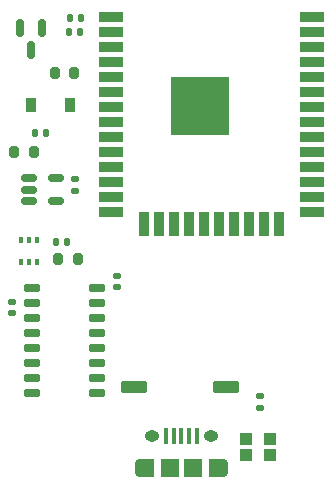
<source format=gbr>
%TF.GenerationSoftware,KiCad,Pcbnew,(6.0.0-0)*%
%TF.CreationDate,2022-09-25T22:14:03-04:00*%
%TF.ProjectId,Dome_Controller,446f6d65-5f43-46f6-9e74-726f6c6c6572,rev?*%
%TF.SameCoordinates,Original*%
%TF.FileFunction,Paste,Top*%
%TF.FilePolarity,Positive*%
%FSLAX46Y46*%
G04 Gerber Fmt 4.6, Leading zero omitted, Abs format (unit mm)*
G04 Created by KiCad (PCBNEW (6.0.0-0)) date 2022-09-25 22:14:03*
%MOMM*%
%LPD*%
G01*
G04 APERTURE LIST*
G04 Aperture macros list*
%AMRoundRect*
0 Rectangle with rounded corners*
0 $1 Rounding radius*
0 $2 $3 $4 $5 $6 $7 $8 $9 X,Y pos of 4 corners*
0 Add a 4 corners polygon primitive as box body*
4,1,4,$2,$3,$4,$5,$6,$7,$8,$9,$2,$3,0*
0 Add four circle primitives for the rounded corners*
1,1,$1+$1,$2,$3*
1,1,$1+$1,$4,$5*
1,1,$1+$1,$6,$7*
1,1,$1+$1,$8,$9*
0 Add four rect primitives between the rounded corners*
20,1,$1+$1,$2,$3,$4,$5,0*
20,1,$1+$1,$4,$5,$6,$7,0*
20,1,$1+$1,$6,$7,$8,$9,0*
20,1,$1+$1,$8,$9,$2,$3,0*%
G04 Aperture macros list end*
%ADD10C,0.010000*%
%ADD11RoundRect,0.140000X0.170000X-0.140000X0.170000X0.140000X-0.170000X0.140000X-0.170000X-0.140000X0*%
%ADD12RoundRect,0.200000X-0.200000X-0.275000X0.200000X-0.275000X0.200000X0.275000X-0.200000X0.275000X0*%
%ADD13O,0.890000X1.550000*%
%ADD14O,1.250000X0.950000*%
%ADD15R,0.400000X1.350000*%
%ADD16R,1.500000X1.550000*%
%ADD17R,1.200000X1.550000*%
%ADD18R,2.000000X0.900000*%
%ADD19R,0.900000X2.000000*%
%ADD20R,5.000000X5.000000*%
%ADD21RoundRect,0.140000X0.140000X0.170000X-0.140000X0.170000X-0.140000X-0.170000X0.140000X-0.170000X0*%
%ADD22RoundRect,0.100000X1.000000X0.400000X-1.000000X0.400000X-1.000000X-0.400000X1.000000X-0.400000X0*%
%ADD23RoundRect,0.140000X-0.170000X0.140000X-0.170000X-0.140000X0.170000X-0.140000X0.170000X0.140000X0*%
%ADD24RoundRect,0.135000X-0.185000X0.135000X-0.185000X-0.135000X0.185000X-0.135000X0.185000X0.135000X0*%
%ADD25R,0.914400X1.219200*%
%ADD26R,1.000000X1.000000*%
%ADD27RoundRect,0.150000X-0.150000X0.587500X-0.150000X-0.587500X0.150000X-0.587500X0.150000X0.587500X0*%
%ADD28RoundRect,0.140000X-0.140000X-0.170000X0.140000X-0.170000X0.140000X0.170000X-0.140000X0.170000X0*%
%ADD29RoundRect,0.049600X-0.605400X-0.260400X0.605400X-0.260400X0.605400X0.260400X-0.605400X0.260400X0*%
%ADD30RoundRect,0.150000X-0.512500X-0.150000X0.512500X-0.150000X0.512500X0.150000X-0.512500X0.150000X0*%
%ADD31RoundRect,0.200000X0.200000X0.275000X-0.200000X0.275000X-0.200000X-0.275000X0.200000X-0.275000X0*%
G04 APERTURE END LIST*
D10*
%TO.C,U5*%
X102729200Y-90735000D02*
X102729200Y-91185000D01*
X102729200Y-91185000D02*
X102479200Y-91185000D01*
X102479200Y-91185000D02*
X102479200Y-90735000D01*
X102479200Y-90735000D02*
X102729200Y-90735000D01*
G36*
X102729200Y-91185000D02*
G01*
X102479200Y-91185000D01*
X102479200Y-90735000D01*
X102729200Y-90735000D01*
X102729200Y-91185000D01*
G37*
X102729200Y-91185000D02*
X102479200Y-91185000D01*
X102479200Y-90735000D01*
X102729200Y-90735000D01*
X102729200Y-91185000D01*
X102079200Y-90735000D02*
X102079200Y-91185000D01*
X102079200Y-91185000D02*
X101829200Y-91185000D01*
X101829200Y-91185000D02*
X101829200Y-90735000D01*
X101829200Y-90735000D02*
X102079200Y-90735000D01*
G36*
X102079200Y-91185000D02*
G01*
X101829200Y-91185000D01*
X101829200Y-90735000D01*
X102079200Y-90735000D01*
X102079200Y-91185000D01*
G37*
X102079200Y-91185000D02*
X101829200Y-91185000D01*
X101829200Y-90735000D01*
X102079200Y-90735000D01*
X102079200Y-91185000D01*
X101429200Y-88885000D02*
X101429200Y-89335000D01*
X101429200Y-89335000D02*
X101179200Y-89335000D01*
X101179200Y-89335000D02*
X101179200Y-88885000D01*
X101179200Y-88885000D02*
X101429200Y-88885000D01*
G36*
X101429200Y-89335000D02*
G01*
X101179200Y-89335000D01*
X101179200Y-88885000D01*
X101429200Y-88885000D01*
X101429200Y-89335000D01*
G37*
X101429200Y-89335000D02*
X101179200Y-89335000D01*
X101179200Y-88885000D01*
X101429200Y-88885000D01*
X101429200Y-89335000D01*
X102079200Y-88885000D02*
X102079200Y-89335000D01*
X102079200Y-89335000D02*
X101829200Y-89335000D01*
X101829200Y-89335000D02*
X101829200Y-88885000D01*
X101829200Y-88885000D02*
X102079200Y-88885000D01*
G36*
X102079200Y-89335000D02*
G01*
X101829200Y-89335000D01*
X101829200Y-88885000D01*
X102079200Y-88885000D01*
X102079200Y-89335000D01*
G37*
X102079200Y-89335000D02*
X101829200Y-89335000D01*
X101829200Y-88885000D01*
X102079200Y-88885000D01*
X102079200Y-89335000D01*
X101429200Y-90735000D02*
X101429200Y-91185000D01*
X101429200Y-91185000D02*
X101179200Y-91185000D01*
X101179200Y-91185000D02*
X101179200Y-90735000D01*
X101179200Y-90735000D02*
X101429200Y-90735000D01*
G36*
X101429200Y-91185000D02*
G01*
X101179200Y-91185000D01*
X101179200Y-90735000D01*
X101429200Y-90735000D01*
X101429200Y-91185000D01*
G37*
X101429200Y-91185000D02*
X101179200Y-91185000D01*
X101179200Y-90735000D01*
X101429200Y-90735000D01*
X101429200Y-91185000D01*
X102729200Y-88885000D02*
X102729200Y-89335000D01*
X102729200Y-89335000D02*
X102479200Y-89335000D01*
X102479200Y-89335000D02*
X102479200Y-88885000D01*
X102479200Y-88885000D02*
X102729200Y-88885000D01*
G36*
X102729200Y-89335000D02*
G01*
X102479200Y-89335000D01*
X102479200Y-88885000D01*
X102729200Y-88885000D01*
X102729200Y-89335000D01*
G37*
X102729200Y-89335000D02*
X102479200Y-89335000D01*
X102479200Y-88885000D01*
X102729200Y-88885000D01*
X102729200Y-89335000D01*
%TD*%
D11*
%TO.C,C4*%
X109420000Y-93120000D03*
X109420000Y-92160000D03*
%TD*%
D12*
%TO.C,R2*%
X104165000Y-75030000D03*
X105815000Y-75030000D03*
%TD*%
%TO.C,R3*%
X100755000Y-81700000D03*
X102405000Y-81700000D03*
%TD*%
D13*
%TO.C,J1*%
X118400000Y-108450000D03*
D14*
X112400000Y-105750000D03*
D13*
X111400000Y-108450000D03*
D14*
X117400000Y-105750000D03*
D15*
X113600000Y-105750000D03*
X114250000Y-105750000D03*
X114900000Y-105750000D03*
X115550000Y-105750000D03*
X116200000Y-105750000D03*
D16*
X115900000Y-108450000D03*
D17*
X112000000Y-108450000D03*
X117800000Y-108450000D03*
D16*
X113900000Y-108450000D03*
%TD*%
D18*
%TO.C,U1*%
X108980000Y-70245000D03*
X108980000Y-71515000D03*
X108980000Y-72785000D03*
X108980000Y-74055000D03*
X108980000Y-75325000D03*
X108980000Y-76595000D03*
X108980000Y-77865000D03*
X108980000Y-79135000D03*
X108980000Y-80405000D03*
X108980000Y-81675000D03*
X108980000Y-82945000D03*
X108980000Y-84215000D03*
X108980000Y-85485000D03*
X108980000Y-86755000D03*
D19*
X111765000Y-87755000D03*
X113035000Y-87755000D03*
X114305000Y-87755000D03*
X115575000Y-87755000D03*
X116845000Y-87755000D03*
X118115000Y-87755000D03*
X119385000Y-87755000D03*
X120655000Y-87755000D03*
X121925000Y-87755000D03*
X123195000Y-87755000D03*
D18*
X125980000Y-86755000D03*
X125980000Y-85485000D03*
X125980000Y-84215000D03*
X125980000Y-82945000D03*
X125980000Y-81675000D03*
X125980000Y-80405000D03*
X125980000Y-79135000D03*
X125980000Y-77865000D03*
X125980000Y-76595000D03*
X125980000Y-75325000D03*
X125980000Y-74055000D03*
X125980000Y-72785000D03*
X125980000Y-71515000D03*
X125980000Y-70245000D03*
D20*
X116480000Y-77745000D03*
%TD*%
D21*
%TO.C,C3*%
X106350000Y-71550000D03*
X105390000Y-71550000D03*
%TD*%
%TO.C,C5*%
X103440000Y-80110000D03*
X102480000Y-80110000D03*
%TD*%
%TO.C,C2*%
X106390000Y-70320000D03*
X105430000Y-70320000D03*
%TD*%
D22*
%TO.C,SW1*%
X118705000Y-101600000D03*
X110905000Y-101600000D03*
%TD*%
D23*
%TO.C,C7*%
X105870000Y-83990000D03*
X105870000Y-84950000D03*
%TD*%
D24*
%TO.C,R4*%
X121580000Y-102330000D03*
X121580000Y-103350000D03*
%TD*%
D25*
%TO.C,CR1*%
X105476800Y-77738500D03*
X102200200Y-77738500D03*
%TD*%
D26*
%TO.C,L1*%
X122375000Y-107320000D03*
X122375000Y-106020000D03*
X120345000Y-106020000D03*
X120345000Y-107320000D03*
%TD*%
D27*
%TO.C,U2*%
X103130000Y-71142500D03*
X101230000Y-71142500D03*
X102180000Y-73017500D03*
%TD*%
D11*
%TO.C,C6*%
X100520000Y-95330000D03*
X100520000Y-94370000D03*
%TD*%
D28*
%TO.C,C1*%
X104290000Y-89280000D03*
X105250000Y-89280000D03*
%TD*%
D29*
%TO.C,U4*%
X102245000Y-93155000D03*
X102245000Y-94425000D03*
X102245000Y-95695000D03*
X102245000Y-96965000D03*
X102245000Y-98235000D03*
X102245000Y-99505000D03*
X102245000Y-100775000D03*
X102245000Y-102045000D03*
X107745000Y-102045000D03*
X107745000Y-100775000D03*
X107745000Y-99505000D03*
X107745000Y-98235000D03*
X107745000Y-96965000D03*
X107745000Y-95695000D03*
X107745000Y-94425000D03*
X107745000Y-93155000D03*
%TD*%
D30*
%TO.C,U3*%
X102032500Y-83920000D03*
X102032500Y-84870000D03*
X102032500Y-85820000D03*
X104307500Y-85820000D03*
X104307500Y-83920000D03*
%TD*%
D31*
%TO.C,R1*%
X106115000Y-90710000D03*
X104465000Y-90710000D03*
%TD*%
M02*

</source>
